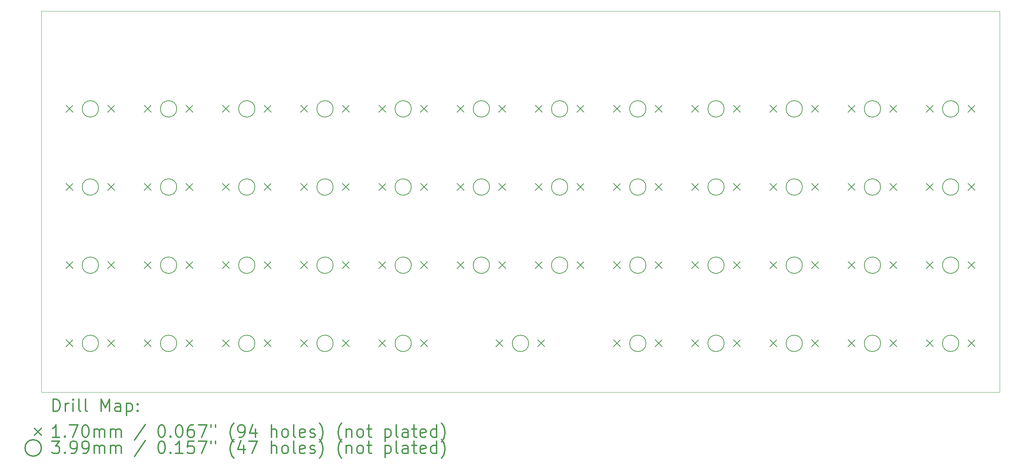
<source format=gbr>
%FSLAX45Y45*%
G04 Gerber Fmt 4.5, Leading zero omitted, Abs format (unit mm)*
G04 Created by KiCad (PCBNEW (5.1.0)-1) date 2020-08-27 01:01:52*
%MOMM*%
%LPD*%
G04 APERTURE LIST*
%ADD10C,0.050000*%
%ADD11C,0.200000*%
%ADD12C,0.300000*%
G04 APERTURE END LIST*
D10*
X25003125Y-12858750D02*
X25003125Y-4286250D01*
X1666875Y-12858750D02*
X25003125Y-12858750D01*
X25003125Y-3571875D02*
X1666875Y-3571875D01*
X25003125Y-4286250D02*
X25003125Y-3571875D01*
X1666875Y-12620625D02*
X1666875Y-12858750D01*
X1666875Y-3571875D02*
X1666875Y-12620625D01*
D11*
X19409410Y-7773035D02*
X19579590Y-7943215D01*
X19579590Y-7773035D02*
X19409410Y-7943215D01*
X20425410Y-7773035D02*
X20595590Y-7943215D01*
X20595590Y-7773035D02*
X20425410Y-7943215D01*
X15599410Y-11583035D02*
X15769590Y-11753215D01*
X15769590Y-11583035D02*
X15599410Y-11753215D01*
X16615410Y-11583035D02*
X16785590Y-11753215D01*
X16785590Y-11583035D02*
X16615410Y-11753215D01*
X7979410Y-9678035D02*
X8149590Y-9848215D01*
X8149590Y-9678035D02*
X7979410Y-9848215D01*
X8995410Y-9678035D02*
X9165590Y-9848215D01*
X9165590Y-9678035D02*
X8995410Y-9848215D01*
X2264410Y-9678035D02*
X2434590Y-9848215D01*
X2434590Y-9678035D02*
X2264410Y-9848215D01*
X3280410Y-9678035D02*
X3450590Y-9848215D01*
X3450590Y-9678035D02*
X3280410Y-9848215D01*
X23219410Y-9678035D02*
X23389590Y-9848215D01*
X23389590Y-9678035D02*
X23219410Y-9848215D01*
X24235410Y-9678035D02*
X24405590Y-9848215D01*
X24405590Y-9678035D02*
X24235410Y-9848215D01*
X21314410Y-7773035D02*
X21484590Y-7943215D01*
X21484590Y-7773035D02*
X21314410Y-7943215D01*
X22330410Y-7773035D02*
X22500590Y-7943215D01*
X22500590Y-7773035D02*
X22330410Y-7943215D01*
X23219410Y-5868035D02*
X23389590Y-6038215D01*
X23389590Y-5868035D02*
X23219410Y-6038215D01*
X24235410Y-5868035D02*
X24405590Y-6038215D01*
X24405590Y-5868035D02*
X24235410Y-6038215D01*
X17504410Y-9678035D02*
X17674590Y-9848215D01*
X17674590Y-9678035D02*
X17504410Y-9848215D01*
X18520410Y-9678035D02*
X18690590Y-9848215D01*
X18690590Y-9678035D02*
X18520410Y-9848215D01*
X6074410Y-5868035D02*
X6244590Y-6038215D01*
X6244590Y-5868035D02*
X6074410Y-6038215D01*
X7090410Y-5868035D02*
X7260590Y-6038215D01*
X7260590Y-5868035D02*
X7090410Y-6038215D01*
X2264410Y-11583035D02*
X2434590Y-11753215D01*
X2434590Y-11583035D02*
X2264410Y-11753215D01*
X3280410Y-11583035D02*
X3450590Y-11753215D01*
X3450590Y-11583035D02*
X3280410Y-11753215D01*
X7979410Y-7773035D02*
X8149590Y-7943215D01*
X8149590Y-7773035D02*
X7979410Y-7943215D01*
X8995410Y-7773035D02*
X9165590Y-7943215D01*
X9165590Y-7773035D02*
X8995410Y-7943215D01*
X13694410Y-5868035D02*
X13864590Y-6038215D01*
X13864590Y-5868035D02*
X13694410Y-6038215D01*
X14710410Y-5868035D02*
X14880590Y-6038215D01*
X14880590Y-5868035D02*
X14710410Y-6038215D01*
X7979410Y-5868035D02*
X8149590Y-6038215D01*
X8149590Y-5868035D02*
X7979410Y-6038215D01*
X8995410Y-5868035D02*
X9165590Y-6038215D01*
X9165590Y-5868035D02*
X8995410Y-6038215D01*
X9884410Y-11583035D02*
X10054590Y-11753215D01*
X10054590Y-11583035D02*
X9884410Y-11753215D01*
X10900410Y-11583035D02*
X11070590Y-11753215D01*
X11070590Y-11583035D02*
X10900410Y-11753215D01*
X13694410Y-7773035D02*
X13864590Y-7943215D01*
X13864590Y-7773035D02*
X13694410Y-7943215D01*
X14710410Y-7773035D02*
X14880590Y-7943215D01*
X14880590Y-7773035D02*
X14710410Y-7943215D01*
X15599410Y-5868035D02*
X15769590Y-6038215D01*
X15769590Y-5868035D02*
X15599410Y-6038215D01*
X16615410Y-5868035D02*
X16785590Y-6038215D01*
X16785590Y-5868035D02*
X16615410Y-6038215D01*
X19409410Y-9678035D02*
X19579590Y-9848215D01*
X19579590Y-9678035D02*
X19409410Y-9848215D01*
X20425410Y-9678035D02*
X20595590Y-9848215D01*
X20595590Y-9678035D02*
X20425410Y-9848215D01*
X17504410Y-5868035D02*
X17674590Y-6038215D01*
X17674590Y-5868035D02*
X17504410Y-6038215D01*
X18520410Y-5868035D02*
X18690590Y-6038215D01*
X18690590Y-5868035D02*
X18520410Y-6038215D01*
X6074410Y-9678035D02*
X6244590Y-9848215D01*
X6244590Y-9678035D02*
X6074410Y-9848215D01*
X7090410Y-9678035D02*
X7260590Y-9848215D01*
X7260590Y-9678035D02*
X7090410Y-9848215D01*
X17504410Y-11583035D02*
X17674590Y-11753215D01*
X17674590Y-11583035D02*
X17504410Y-11753215D01*
X18520410Y-11583035D02*
X18690590Y-11753215D01*
X18690590Y-11583035D02*
X18520410Y-11753215D01*
X23219410Y-7773035D02*
X23389590Y-7943215D01*
X23389590Y-7773035D02*
X23219410Y-7943215D01*
X24235410Y-7773035D02*
X24405590Y-7943215D01*
X24405590Y-7773035D02*
X24235410Y-7943215D01*
X11789410Y-9678035D02*
X11959590Y-9848215D01*
X11959590Y-9678035D02*
X11789410Y-9848215D01*
X12805410Y-9678035D02*
X12975590Y-9848215D01*
X12975590Y-9678035D02*
X12805410Y-9848215D01*
X4169410Y-11583035D02*
X4339590Y-11753215D01*
X4339590Y-11583035D02*
X4169410Y-11753215D01*
X5185410Y-11583035D02*
X5355590Y-11753215D01*
X5355590Y-11583035D02*
X5185410Y-11753215D01*
X19409410Y-5868035D02*
X19579590Y-6038215D01*
X19579590Y-5868035D02*
X19409410Y-6038215D01*
X20425410Y-5868035D02*
X20595590Y-6038215D01*
X20595590Y-5868035D02*
X20425410Y-6038215D01*
X9884410Y-9678035D02*
X10054590Y-9848215D01*
X10054590Y-9678035D02*
X9884410Y-9848215D01*
X10900410Y-9678035D02*
X11070590Y-9848215D01*
X11070590Y-9678035D02*
X10900410Y-9848215D01*
X2264410Y-5868035D02*
X2434590Y-6038215D01*
X2434590Y-5868035D02*
X2264410Y-6038215D01*
X3280410Y-5868035D02*
X3450590Y-6038215D01*
X3450590Y-5868035D02*
X3280410Y-6038215D01*
X2264410Y-7773035D02*
X2434590Y-7943215D01*
X2434590Y-7773035D02*
X2264410Y-7943215D01*
X3280410Y-7773035D02*
X3450590Y-7943215D01*
X3450590Y-7773035D02*
X3280410Y-7943215D01*
X7979410Y-11583035D02*
X8149590Y-11753215D01*
X8149590Y-11583035D02*
X7979410Y-11753215D01*
X8995410Y-11583035D02*
X9165590Y-11753215D01*
X9165590Y-11583035D02*
X8995410Y-11753215D01*
X9884410Y-5868035D02*
X10054590Y-6038215D01*
X10054590Y-5868035D02*
X9884410Y-6038215D01*
X10900410Y-5868035D02*
X11070590Y-6038215D01*
X11070590Y-5868035D02*
X10900410Y-6038215D01*
X9884410Y-7773035D02*
X10054590Y-7943215D01*
X10054590Y-7773035D02*
X9884410Y-7943215D01*
X10900410Y-7773035D02*
X11070590Y-7943215D01*
X11070590Y-7773035D02*
X10900410Y-7943215D01*
X12741910Y-11583035D02*
X12912090Y-11753215D01*
X12912090Y-11583035D02*
X12741910Y-11753215D01*
X13757910Y-11583035D02*
X13928090Y-11753215D01*
X13928090Y-11583035D02*
X13757910Y-11753215D01*
X15599410Y-7773035D02*
X15769590Y-7943215D01*
X15769590Y-7773035D02*
X15599410Y-7943215D01*
X16615410Y-7773035D02*
X16785590Y-7943215D01*
X16785590Y-7773035D02*
X16615410Y-7943215D01*
X11789410Y-5868035D02*
X11959590Y-6038215D01*
X11959590Y-5868035D02*
X11789410Y-6038215D01*
X12805410Y-5868035D02*
X12975590Y-6038215D01*
X12975590Y-5868035D02*
X12805410Y-6038215D01*
X17504410Y-7773035D02*
X17674590Y-7943215D01*
X17674590Y-7773035D02*
X17504410Y-7943215D01*
X18520410Y-7773035D02*
X18690590Y-7943215D01*
X18690590Y-7773035D02*
X18520410Y-7943215D01*
X4169410Y-9678035D02*
X4339590Y-9848215D01*
X4339590Y-9678035D02*
X4169410Y-9848215D01*
X5185410Y-9678035D02*
X5355590Y-9848215D01*
X5355590Y-9678035D02*
X5185410Y-9848215D01*
X21314410Y-9678035D02*
X21484590Y-9848215D01*
X21484590Y-9678035D02*
X21314410Y-9848215D01*
X22330410Y-9678035D02*
X22500590Y-9848215D01*
X22500590Y-9678035D02*
X22330410Y-9848215D01*
X13694410Y-9678035D02*
X13864590Y-9848215D01*
X13864590Y-9678035D02*
X13694410Y-9848215D01*
X14710410Y-9678035D02*
X14880590Y-9848215D01*
X14880590Y-9678035D02*
X14710410Y-9848215D01*
X21314410Y-5868035D02*
X21484590Y-6038215D01*
X21484590Y-5868035D02*
X21314410Y-6038215D01*
X22330410Y-5868035D02*
X22500590Y-6038215D01*
X22500590Y-5868035D02*
X22330410Y-6038215D01*
X15599410Y-9678035D02*
X15769590Y-9848215D01*
X15769590Y-9678035D02*
X15599410Y-9848215D01*
X16615410Y-9678035D02*
X16785590Y-9848215D01*
X16785590Y-9678035D02*
X16615410Y-9848215D01*
X4169410Y-5868035D02*
X4339590Y-6038215D01*
X4339590Y-5868035D02*
X4169410Y-6038215D01*
X5185410Y-5868035D02*
X5355590Y-6038215D01*
X5355590Y-5868035D02*
X5185410Y-6038215D01*
X6074410Y-11583035D02*
X6244590Y-11753215D01*
X6244590Y-11583035D02*
X6074410Y-11753215D01*
X7090410Y-11583035D02*
X7260590Y-11753215D01*
X7260590Y-11583035D02*
X7090410Y-11753215D01*
X6074410Y-7773035D02*
X6244590Y-7943215D01*
X6244590Y-7773035D02*
X6074410Y-7943215D01*
X7090410Y-7773035D02*
X7260590Y-7943215D01*
X7260590Y-7773035D02*
X7090410Y-7943215D01*
X19409410Y-11583035D02*
X19579590Y-11753215D01*
X19579590Y-11583035D02*
X19409410Y-11753215D01*
X20425410Y-11583035D02*
X20595590Y-11753215D01*
X20595590Y-11583035D02*
X20425410Y-11753215D01*
X21314410Y-11583035D02*
X21484590Y-11753215D01*
X21484590Y-11583035D02*
X21314410Y-11753215D01*
X22330410Y-11583035D02*
X22500590Y-11753215D01*
X22500590Y-11583035D02*
X22330410Y-11753215D01*
X11789410Y-7773035D02*
X11959590Y-7943215D01*
X11959590Y-7773035D02*
X11789410Y-7943215D01*
X12805410Y-7773035D02*
X12975590Y-7943215D01*
X12975590Y-7773035D02*
X12805410Y-7943215D01*
X4169410Y-7773035D02*
X4339590Y-7943215D01*
X4339590Y-7773035D02*
X4169410Y-7943215D01*
X5185410Y-7773035D02*
X5355590Y-7943215D01*
X5355590Y-7773035D02*
X5185410Y-7943215D01*
X23219410Y-11583035D02*
X23389590Y-11753215D01*
X23389590Y-11583035D02*
X23219410Y-11753215D01*
X24235410Y-11583035D02*
X24405590Y-11753215D01*
X24405590Y-11583035D02*
X24235410Y-11753215D01*
X12581890Y-9763125D02*
G75*
G03X12581890Y-9763125I-199390J0D01*
G01*
X4961890Y-11668125D02*
G75*
G03X4961890Y-11668125I-199390J0D01*
G01*
X20201890Y-5953125D02*
G75*
G03X20201890Y-5953125I-199390J0D01*
G01*
X10676890Y-9763125D02*
G75*
G03X10676890Y-9763125I-199390J0D01*
G01*
X3056890Y-5953125D02*
G75*
G03X3056890Y-5953125I-199390J0D01*
G01*
X3056890Y-7858125D02*
G75*
G03X3056890Y-7858125I-199390J0D01*
G01*
X8771890Y-11668125D02*
G75*
G03X8771890Y-11668125I-199390J0D01*
G01*
X10676890Y-5953125D02*
G75*
G03X10676890Y-5953125I-199390J0D01*
G01*
X10676890Y-7858125D02*
G75*
G03X10676890Y-7858125I-199390J0D01*
G01*
X13534390Y-11668125D02*
G75*
G03X13534390Y-11668125I-199390J0D01*
G01*
X16391890Y-7858125D02*
G75*
G03X16391890Y-7858125I-199390J0D01*
G01*
X12581890Y-5953125D02*
G75*
G03X12581890Y-5953125I-199390J0D01*
G01*
X18296890Y-7858125D02*
G75*
G03X18296890Y-7858125I-199390J0D01*
G01*
X4961890Y-9763125D02*
G75*
G03X4961890Y-9763125I-199390J0D01*
G01*
X22106890Y-9763125D02*
G75*
G03X22106890Y-9763125I-199390J0D01*
G01*
X14486890Y-9763125D02*
G75*
G03X14486890Y-9763125I-199390J0D01*
G01*
X22106890Y-5953125D02*
G75*
G03X22106890Y-5953125I-199390J0D01*
G01*
X16391890Y-9763125D02*
G75*
G03X16391890Y-9763125I-199390J0D01*
G01*
X4961890Y-5953125D02*
G75*
G03X4961890Y-5953125I-199390J0D01*
G01*
X6866890Y-11668125D02*
G75*
G03X6866890Y-11668125I-199390J0D01*
G01*
X6866890Y-7858125D02*
G75*
G03X6866890Y-7858125I-199390J0D01*
G01*
X20201890Y-11668125D02*
G75*
G03X20201890Y-11668125I-199390J0D01*
G01*
X22106890Y-11668125D02*
G75*
G03X22106890Y-11668125I-199390J0D01*
G01*
X12581890Y-7858125D02*
G75*
G03X12581890Y-7858125I-199390J0D01*
G01*
X4961890Y-7858125D02*
G75*
G03X4961890Y-7858125I-199390J0D01*
G01*
X24011890Y-11668125D02*
G75*
G03X24011890Y-11668125I-199390J0D01*
G01*
X20201890Y-7858125D02*
G75*
G03X20201890Y-7858125I-199390J0D01*
G01*
X16391890Y-11668125D02*
G75*
G03X16391890Y-11668125I-199390J0D01*
G01*
X8771890Y-9763125D02*
G75*
G03X8771890Y-9763125I-199390J0D01*
G01*
X3056890Y-9763125D02*
G75*
G03X3056890Y-9763125I-199390J0D01*
G01*
X24011890Y-9763125D02*
G75*
G03X24011890Y-9763125I-199390J0D01*
G01*
X22106890Y-7858125D02*
G75*
G03X22106890Y-7858125I-199390J0D01*
G01*
X24011890Y-5953125D02*
G75*
G03X24011890Y-5953125I-199390J0D01*
G01*
X18296890Y-9763125D02*
G75*
G03X18296890Y-9763125I-199390J0D01*
G01*
X6866890Y-5953125D02*
G75*
G03X6866890Y-5953125I-199390J0D01*
G01*
X3056890Y-11668125D02*
G75*
G03X3056890Y-11668125I-199390J0D01*
G01*
X8771890Y-7858125D02*
G75*
G03X8771890Y-7858125I-199390J0D01*
G01*
X14486890Y-5953125D02*
G75*
G03X14486890Y-5953125I-199390J0D01*
G01*
X8771890Y-5953125D02*
G75*
G03X8771890Y-5953125I-199390J0D01*
G01*
X10676890Y-11668125D02*
G75*
G03X10676890Y-11668125I-199390J0D01*
G01*
X14486890Y-7858125D02*
G75*
G03X14486890Y-7858125I-199390J0D01*
G01*
X16391890Y-5953125D02*
G75*
G03X16391890Y-5953125I-199390J0D01*
G01*
X20201890Y-9763125D02*
G75*
G03X20201890Y-9763125I-199390J0D01*
G01*
X18296890Y-5953125D02*
G75*
G03X18296890Y-5953125I-199390J0D01*
G01*
X6866890Y-9763125D02*
G75*
G03X6866890Y-9763125I-199390J0D01*
G01*
X18296890Y-11668125D02*
G75*
G03X18296890Y-11668125I-199390J0D01*
G01*
X24011890Y-7858125D02*
G75*
G03X24011890Y-7858125I-199390J0D01*
G01*
D12*
X1950803Y-13326964D02*
X1950803Y-13026964D01*
X2022232Y-13026964D01*
X2065089Y-13041250D01*
X2093661Y-13069821D01*
X2107946Y-13098393D01*
X2122232Y-13155536D01*
X2122232Y-13198393D01*
X2107946Y-13255536D01*
X2093661Y-13284107D01*
X2065089Y-13312679D01*
X2022232Y-13326964D01*
X1950803Y-13326964D01*
X2250803Y-13326964D02*
X2250803Y-13126964D01*
X2250803Y-13184107D02*
X2265089Y-13155536D01*
X2279375Y-13141250D01*
X2307946Y-13126964D01*
X2336518Y-13126964D01*
X2436518Y-13326964D02*
X2436518Y-13126964D01*
X2436518Y-13026964D02*
X2422232Y-13041250D01*
X2436518Y-13055536D01*
X2450803Y-13041250D01*
X2436518Y-13026964D01*
X2436518Y-13055536D01*
X2622232Y-13326964D02*
X2593661Y-13312679D01*
X2579375Y-13284107D01*
X2579375Y-13026964D01*
X2779375Y-13326964D02*
X2750803Y-13312679D01*
X2736518Y-13284107D01*
X2736518Y-13026964D01*
X3122232Y-13326964D02*
X3122232Y-13026964D01*
X3222232Y-13241250D01*
X3322232Y-13026964D01*
X3322232Y-13326964D01*
X3593661Y-13326964D02*
X3593661Y-13169821D01*
X3579375Y-13141250D01*
X3550803Y-13126964D01*
X3493661Y-13126964D01*
X3465089Y-13141250D01*
X3593661Y-13312679D02*
X3565089Y-13326964D01*
X3493661Y-13326964D01*
X3465089Y-13312679D01*
X3450803Y-13284107D01*
X3450803Y-13255536D01*
X3465089Y-13226964D01*
X3493661Y-13212679D01*
X3565089Y-13212679D01*
X3593661Y-13198393D01*
X3736518Y-13126964D02*
X3736518Y-13426964D01*
X3736518Y-13141250D02*
X3765089Y-13126964D01*
X3822232Y-13126964D01*
X3850803Y-13141250D01*
X3865089Y-13155536D01*
X3879375Y-13184107D01*
X3879375Y-13269821D01*
X3865089Y-13298393D01*
X3850803Y-13312679D01*
X3822232Y-13326964D01*
X3765089Y-13326964D01*
X3736518Y-13312679D01*
X4007946Y-13298393D02*
X4022232Y-13312679D01*
X4007946Y-13326964D01*
X3993661Y-13312679D01*
X4007946Y-13298393D01*
X4007946Y-13326964D01*
X4007946Y-13141250D02*
X4022232Y-13155536D01*
X4007946Y-13169821D01*
X3993661Y-13155536D01*
X4007946Y-13141250D01*
X4007946Y-13169821D01*
X1494195Y-13736160D02*
X1664375Y-13906340D01*
X1664375Y-13736160D02*
X1494195Y-13906340D01*
X2107946Y-13956964D02*
X1936518Y-13956964D01*
X2022232Y-13956964D02*
X2022232Y-13656964D01*
X1993661Y-13699821D01*
X1965089Y-13728393D01*
X1936518Y-13742679D01*
X2236518Y-13928393D02*
X2250803Y-13942679D01*
X2236518Y-13956964D01*
X2222232Y-13942679D01*
X2236518Y-13928393D01*
X2236518Y-13956964D01*
X2350803Y-13656964D02*
X2550803Y-13656964D01*
X2422232Y-13956964D01*
X2722232Y-13656964D02*
X2750803Y-13656964D01*
X2779375Y-13671250D01*
X2793661Y-13685536D01*
X2807946Y-13714107D01*
X2822232Y-13771250D01*
X2822232Y-13842679D01*
X2807946Y-13899821D01*
X2793661Y-13928393D01*
X2779375Y-13942679D01*
X2750803Y-13956964D01*
X2722232Y-13956964D01*
X2693661Y-13942679D01*
X2679375Y-13928393D01*
X2665089Y-13899821D01*
X2650803Y-13842679D01*
X2650803Y-13771250D01*
X2665089Y-13714107D01*
X2679375Y-13685536D01*
X2693661Y-13671250D01*
X2722232Y-13656964D01*
X2950803Y-13956964D02*
X2950803Y-13756964D01*
X2950803Y-13785536D02*
X2965089Y-13771250D01*
X2993661Y-13756964D01*
X3036518Y-13756964D01*
X3065089Y-13771250D01*
X3079375Y-13799821D01*
X3079375Y-13956964D01*
X3079375Y-13799821D02*
X3093661Y-13771250D01*
X3122232Y-13756964D01*
X3165089Y-13756964D01*
X3193661Y-13771250D01*
X3207946Y-13799821D01*
X3207946Y-13956964D01*
X3350803Y-13956964D02*
X3350803Y-13756964D01*
X3350803Y-13785536D02*
X3365089Y-13771250D01*
X3393661Y-13756964D01*
X3436518Y-13756964D01*
X3465089Y-13771250D01*
X3479375Y-13799821D01*
X3479375Y-13956964D01*
X3479375Y-13799821D02*
X3493661Y-13771250D01*
X3522232Y-13756964D01*
X3565089Y-13756964D01*
X3593661Y-13771250D01*
X3607946Y-13799821D01*
X3607946Y-13956964D01*
X4193661Y-13642679D02*
X3936518Y-14028393D01*
X4579375Y-13656964D02*
X4607946Y-13656964D01*
X4636518Y-13671250D01*
X4650803Y-13685536D01*
X4665089Y-13714107D01*
X4679375Y-13771250D01*
X4679375Y-13842679D01*
X4665089Y-13899821D01*
X4650803Y-13928393D01*
X4636518Y-13942679D01*
X4607946Y-13956964D01*
X4579375Y-13956964D01*
X4550803Y-13942679D01*
X4536518Y-13928393D01*
X4522232Y-13899821D01*
X4507946Y-13842679D01*
X4507946Y-13771250D01*
X4522232Y-13714107D01*
X4536518Y-13685536D01*
X4550803Y-13671250D01*
X4579375Y-13656964D01*
X4807946Y-13928393D02*
X4822232Y-13942679D01*
X4807946Y-13956964D01*
X4793661Y-13942679D01*
X4807946Y-13928393D01*
X4807946Y-13956964D01*
X5007946Y-13656964D02*
X5036518Y-13656964D01*
X5065089Y-13671250D01*
X5079375Y-13685536D01*
X5093661Y-13714107D01*
X5107946Y-13771250D01*
X5107946Y-13842679D01*
X5093661Y-13899821D01*
X5079375Y-13928393D01*
X5065089Y-13942679D01*
X5036518Y-13956964D01*
X5007946Y-13956964D01*
X4979375Y-13942679D01*
X4965089Y-13928393D01*
X4950803Y-13899821D01*
X4936518Y-13842679D01*
X4936518Y-13771250D01*
X4950803Y-13714107D01*
X4965089Y-13685536D01*
X4979375Y-13671250D01*
X5007946Y-13656964D01*
X5365089Y-13656964D02*
X5307946Y-13656964D01*
X5279375Y-13671250D01*
X5265089Y-13685536D01*
X5236518Y-13728393D01*
X5222232Y-13785536D01*
X5222232Y-13899821D01*
X5236518Y-13928393D01*
X5250803Y-13942679D01*
X5279375Y-13956964D01*
X5336518Y-13956964D01*
X5365089Y-13942679D01*
X5379375Y-13928393D01*
X5393661Y-13899821D01*
X5393661Y-13828393D01*
X5379375Y-13799821D01*
X5365089Y-13785536D01*
X5336518Y-13771250D01*
X5279375Y-13771250D01*
X5250803Y-13785536D01*
X5236518Y-13799821D01*
X5222232Y-13828393D01*
X5493661Y-13656964D02*
X5693661Y-13656964D01*
X5565089Y-13956964D01*
X5793661Y-13656964D02*
X5793661Y-13714107D01*
X5907946Y-13656964D02*
X5907946Y-13714107D01*
X6350803Y-14071250D02*
X6336518Y-14056964D01*
X6307946Y-14014107D01*
X6293661Y-13985536D01*
X6279375Y-13942679D01*
X6265089Y-13871250D01*
X6265089Y-13814107D01*
X6279375Y-13742679D01*
X6293661Y-13699821D01*
X6307946Y-13671250D01*
X6336518Y-13628393D01*
X6350803Y-13614107D01*
X6479375Y-13956964D02*
X6536518Y-13956964D01*
X6565089Y-13942679D01*
X6579375Y-13928393D01*
X6607946Y-13885536D01*
X6622232Y-13828393D01*
X6622232Y-13714107D01*
X6607946Y-13685536D01*
X6593661Y-13671250D01*
X6565089Y-13656964D01*
X6507946Y-13656964D01*
X6479375Y-13671250D01*
X6465089Y-13685536D01*
X6450803Y-13714107D01*
X6450803Y-13785536D01*
X6465089Y-13814107D01*
X6479375Y-13828393D01*
X6507946Y-13842679D01*
X6565089Y-13842679D01*
X6593661Y-13828393D01*
X6607946Y-13814107D01*
X6622232Y-13785536D01*
X6879375Y-13756964D02*
X6879375Y-13956964D01*
X6807946Y-13642679D02*
X6736518Y-13856964D01*
X6922232Y-13856964D01*
X7265089Y-13956964D02*
X7265089Y-13656964D01*
X7393661Y-13956964D02*
X7393661Y-13799821D01*
X7379375Y-13771250D01*
X7350803Y-13756964D01*
X7307946Y-13756964D01*
X7279375Y-13771250D01*
X7265089Y-13785536D01*
X7579375Y-13956964D02*
X7550803Y-13942679D01*
X7536518Y-13928393D01*
X7522232Y-13899821D01*
X7522232Y-13814107D01*
X7536518Y-13785536D01*
X7550803Y-13771250D01*
X7579375Y-13756964D01*
X7622232Y-13756964D01*
X7650803Y-13771250D01*
X7665089Y-13785536D01*
X7679375Y-13814107D01*
X7679375Y-13899821D01*
X7665089Y-13928393D01*
X7650803Y-13942679D01*
X7622232Y-13956964D01*
X7579375Y-13956964D01*
X7850803Y-13956964D02*
X7822232Y-13942679D01*
X7807946Y-13914107D01*
X7807946Y-13656964D01*
X8079375Y-13942679D02*
X8050803Y-13956964D01*
X7993661Y-13956964D01*
X7965089Y-13942679D01*
X7950803Y-13914107D01*
X7950803Y-13799821D01*
X7965089Y-13771250D01*
X7993661Y-13756964D01*
X8050803Y-13756964D01*
X8079375Y-13771250D01*
X8093661Y-13799821D01*
X8093661Y-13828393D01*
X7950803Y-13856964D01*
X8207946Y-13942679D02*
X8236518Y-13956964D01*
X8293661Y-13956964D01*
X8322232Y-13942679D01*
X8336518Y-13914107D01*
X8336518Y-13899821D01*
X8322232Y-13871250D01*
X8293661Y-13856964D01*
X8250803Y-13856964D01*
X8222232Y-13842679D01*
X8207946Y-13814107D01*
X8207946Y-13799821D01*
X8222232Y-13771250D01*
X8250803Y-13756964D01*
X8293661Y-13756964D01*
X8322232Y-13771250D01*
X8436518Y-14071250D02*
X8450803Y-14056964D01*
X8479375Y-14014107D01*
X8493661Y-13985536D01*
X8507946Y-13942679D01*
X8522232Y-13871250D01*
X8522232Y-13814107D01*
X8507946Y-13742679D01*
X8493661Y-13699821D01*
X8479375Y-13671250D01*
X8450803Y-13628393D01*
X8436518Y-13614107D01*
X8979375Y-14071250D02*
X8965089Y-14056964D01*
X8936518Y-14014107D01*
X8922232Y-13985536D01*
X8907946Y-13942679D01*
X8893661Y-13871250D01*
X8893661Y-13814107D01*
X8907946Y-13742679D01*
X8922232Y-13699821D01*
X8936518Y-13671250D01*
X8965089Y-13628393D01*
X8979375Y-13614107D01*
X9093661Y-13756964D02*
X9093661Y-13956964D01*
X9093661Y-13785536D02*
X9107946Y-13771250D01*
X9136518Y-13756964D01*
X9179375Y-13756964D01*
X9207946Y-13771250D01*
X9222232Y-13799821D01*
X9222232Y-13956964D01*
X9407946Y-13956964D02*
X9379375Y-13942679D01*
X9365089Y-13928393D01*
X9350803Y-13899821D01*
X9350803Y-13814107D01*
X9365089Y-13785536D01*
X9379375Y-13771250D01*
X9407946Y-13756964D01*
X9450803Y-13756964D01*
X9479375Y-13771250D01*
X9493661Y-13785536D01*
X9507946Y-13814107D01*
X9507946Y-13899821D01*
X9493661Y-13928393D01*
X9479375Y-13942679D01*
X9450803Y-13956964D01*
X9407946Y-13956964D01*
X9593661Y-13756964D02*
X9707946Y-13756964D01*
X9636518Y-13656964D02*
X9636518Y-13914107D01*
X9650803Y-13942679D01*
X9679375Y-13956964D01*
X9707946Y-13956964D01*
X10036518Y-13756964D02*
X10036518Y-14056964D01*
X10036518Y-13771250D02*
X10065089Y-13756964D01*
X10122232Y-13756964D01*
X10150803Y-13771250D01*
X10165089Y-13785536D01*
X10179375Y-13814107D01*
X10179375Y-13899821D01*
X10165089Y-13928393D01*
X10150803Y-13942679D01*
X10122232Y-13956964D01*
X10065089Y-13956964D01*
X10036518Y-13942679D01*
X10350803Y-13956964D02*
X10322232Y-13942679D01*
X10307946Y-13914107D01*
X10307946Y-13656964D01*
X10593661Y-13956964D02*
X10593661Y-13799821D01*
X10579375Y-13771250D01*
X10550803Y-13756964D01*
X10493661Y-13756964D01*
X10465089Y-13771250D01*
X10593661Y-13942679D02*
X10565089Y-13956964D01*
X10493661Y-13956964D01*
X10465089Y-13942679D01*
X10450803Y-13914107D01*
X10450803Y-13885536D01*
X10465089Y-13856964D01*
X10493661Y-13842679D01*
X10565089Y-13842679D01*
X10593661Y-13828393D01*
X10693661Y-13756964D02*
X10807946Y-13756964D01*
X10736518Y-13656964D02*
X10736518Y-13914107D01*
X10750803Y-13942679D01*
X10779375Y-13956964D01*
X10807946Y-13956964D01*
X11022232Y-13942679D02*
X10993661Y-13956964D01*
X10936518Y-13956964D01*
X10907946Y-13942679D01*
X10893661Y-13914107D01*
X10893661Y-13799821D01*
X10907946Y-13771250D01*
X10936518Y-13756964D01*
X10993661Y-13756964D01*
X11022232Y-13771250D01*
X11036518Y-13799821D01*
X11036518Y-13828393D01*
X10893661Y-13856964D01*
X11293661Y-13956964D02*
X11293661Y-13656964D01*
X11293661Y-13942679D02*
X11265089Y-13956964D01*
X11207946Y-13956964D01*
X11179375Y-13942679D01*
X11165089Y-13928393D01*
X11150803Y-13899821D01*
X11150803Y-13814107D01*
X11165089Y-13785536D01*
X11179375Y-13771250D01*
X11207946Y-13756964D01*
X11265089Y-13756964D01*
X11293661Y-13771250D01*
X11407946Y-14071250D02*
X11422232Y-14056964D01*
X11450803Y-14014107D01*
X11465089Y-13985536D01*
X11479375Y-13942679D01*
X11493661Y-13871250D01*
X11493661Y-13814107D01*
X11479375Y-13742679D01*
X11465089Y-13699821D01*
X11450803Y-13671250D01*
X11422232Y-13628393D01*
X11407946Y-13614107D01*
X1664375Y-14217250D02*
G75*
G03X1664375Y-14217250I-199390J0D01*
G01*
X1922232Y-14052964D02*
X2107946Y-14052964D01*
X2007946Y-14167250D01*
X2050803Y-14167250D01*
X2079375Y-14181536D01*
X2093661Y-14195821D01*
X2107946Y-14224393D01*
X2107946Y-14295821D01*
X2093661Y-14324393D01*
X2079375Y-14338679D01*
X2050803Y-14352964D01*
X1965089Y-14352964D01*
X1936518Y-14338679D01*
X1922232Y-14324393D01*
X2236518Y-14324393D02*
X2250803Y-14338679D01*
X2236518Y-14352964D01*
X2222232Y-14338679D01*
X2236518Y-14324393D01*
X2236518Y-14352964D01*
X2393661Y-14352964D02*
X2450803Y-14352964D01*
X2479375Y-14338679D01*
X2493661Y-14324393D01*
X2522232Y-14281536D01*
X2536518Y-14224393D01*
X2536518Y-14110107D01*
X2522232Y-14081536D01*
X2507946Y-14067250D01*
X2479375Y-14052964D01*
X2422232Y-14052964D01*
X2393661Y-14067250D01*
X2379375Y-14081536D01*
X2365089Y-14110107D01*
X2365089Y-14181536D01*
X2379375Y-14210107D01*
X2393661Y-14224393D01*
X2422232Y-14238679D01*
X2479375Y-14238679D01*
X2507946Y-14224393D01*
X2522232Y-14210107D01*
X2536518Y-14181536D01*
X2679375Y-14352964D02*
X2736518Y-14352964D01*
X2765089Y-14338679D01*
X2779375Y-14324393D01*
X2807946Y-14281536D01*
X2822232Y-14224393D01*
X2822232Y-14110107D01*
X2807946Y-14081536D01*
X2793661Y-14067250D01*
X2765089Y-14052964D01*
X2707946Y-14052964D01*
X2679375Y-14067250D01*
X2665089Y-14081536D01*
X2650803Y-14110107D01*
X2650803Y-14181536D01*
X2665089Y-14210107D01*
X2679375Y-14224393D01*
X2707946Y-14238679D01*
X2765089Y-14238679D01*
X2793661Y-14224393D01*
X2807946Y-14210107D01*
X2822232Y-14181536D01*
X2950803Y-14352964D02*
X2950803Y-14152964D01*
X2950803Y-14181536D02*
X2965089Y-14167250D01*
X2993661Y-14152964D01*
X3036518Y-14152964D01*
X3065089Y-14167250D01*
X3079375Y-14195821D01*
X3079375Y-14352964D01*
X3079375Y-14195821D02*
X3093661Y-14167250D01*
X3122232Y-14152964D01*
X3165089Y-14152964D01*
X3193661Y-14167250D01*
X3207946Y-14195821D01*
X3207946Y-14352964D01*
X3350803Y-14352964D02*
X3350803Y-14152964D01*
X3350803Y-14181536D02*
X3365089Y-14167250D01*
X3393661Y-14152964D01*
X3436518Y-14152964D01*
X3465089Y-14167250D01*
X3479375Y-14195821D01*
X3479375Y-14352964D01*
X3479375Y-14195821D02*
X3493661Y-14167250D01*
X3522232Y-14152964D01*
X3565089Y-14152964D01*
X3593661Y-14167250D01*
X3607946Y-14195821D01*
X3607946Y-14352964D01*
X4193661Y-14038679D02*
X3936518Y-14424393D01*
X4579375Y-14052964D02*
X4607946Y-14052964D01*
X4636518Y-14067250D01*
X4650803Y-14081536D01*
X4665089Y-14110107D01*
X4679375Y-14167250D01*
X4679375Y-14238679D01*
X4665089Y-14295821D01*
X4650803Y-14324393D01*
X4636518Y-14338679D01*
X4607946Y-14352964D01*
X4579375Y-14352964D01*
X4550803Y-14338679D01*
X4536518Y-14324393D01*
X4522232Y-14295821D01*
X4507946Y-14238679D01*
X4507946Y-14167250D01*
X4522232Y-14110107D01*
X4536518Y-14081536D01*
X4550803Y-14067250D01*
X4579375Y-14052964D01*
X4807946Y-14324393D02*
X4822232Y-14338679D01*
X4807946Y-14352964D01*
X4793661Y-14338679D01*
X4807946Y-14324393D01*
X4807946Y-14352964D01*
X5107946Y-14352964D02*
X4936518Y-14352964D01*
X5022232Y-14352964D02*
X5022232Y-14052964D01*
X4993661Y-14095821D01*
X4965089Y-14124393D01*
X4936518Y-14138679D01*
X5379375Y-14052964D02*
X5236518Y-14052964D01*
X5222232Y-14195821D01*
X5236518Y-14181536D01*
X5265089Y-14167250D01*
X5336518Y-14167250D01*
X5365089Y-14181536D01*
X5379375Y-14195821D01*
X5393661Y-14224393D01*
X5393661Y-14295821D01*
X5379375Y-14324393D01*
X5365089Y-14338679D01*
X5336518Y-14352964D01*
X5265089Y-14352964D01*
X5236518Y-14338679D01*
X5222232Y-14324393D01*
X5493661Y-14052964D02*
X5693661Y-14052964D01*
X5565089Y-14352964D01*
X5793661Y-14052964D02*
X5793661Y-14110107D01*
X5907946Y-14052964D02*
X5907946Y-14110107D01*
X6350803Y-14467250D02*
X6336518Y-14452964D01*
X6307946Y-14410107D01*
X6293661Y-14381536D01*
X6279375Y-14338679D01*
X6265089Y-14267250D01*
X6265089Y-14210107D01*
X6279375Y-14138679D01*
X6293661Y-14095821D01*
X6307946Y-14067250D01*
X6336518Y-14024393D01*
X6350803Y-14010107D01*
X6593661Y-14152964D02*
X6593661Y-14352964D01*
X6522232Y-14038679D02*
X6450803Y-14252964D01*
X6636518Y-14252964D01*
X6722232Y-14052964D02*
X6922232Y-14052964D01*
X6793661Y-14352964D01*
X7265089Y-14352964D02*
X7265089Y-14052964D01*
X7393661Y-14352964D02*
X7393661Y-14195821D01*
X7379375Y-14167250D01*
X7350803Y-14152964D01*
X7307946Y-14152964D01*
X7279375Y-14167250D01*
X7265089Y-14181536D01*
X7579375Y-14352964D02*
X7550803Y-14338679D01*
X7536518Y-14324393D01*
X7522232Y-14295821D01*
X7522232Y-14210107D01*
X7536518Y-14181536D01*
X7550803Y-14167250D01*
X7579375Y-14152964D01*
X7622232Y-14152964D01*
X7650803Y-14167250D01*
X7665089Y-14181536D01*
X7679375Y-14210107D01*
X7679375Y-14295821D01*
X7665089Y-14324393D01*
X7650803Y-14338679D01*
X7622232Y-14352964D01*
X7579375Y-14352964D01*
X7850803Y-14352964D02*
X7822232Y-14338679D01*
X7807946Y-14310107D01*
X7807946Y-14052964D01*
X8079375Y-14338679D02*
X8050803Y-14352964D01*
X7993661Y-14352964D01*
X7965089Y-14338679D01*
X7950803Y-14310107D01*
X7950803Y-14195821D01*
X7965089Y-14167250D01*
X7993661Y-14152964D01*
X8050803Y-14152964D01*
X8079375Y-14167250D01*
X8093661Y-14195821D01*
X8093661Y-14224393D01*
X7950803Y-14252964D01*
X8207946Y-14338679D02*
X8236518Y-14352964D01*
X8293661Y-14352964D01*
X8322232Y-14338679D01*
X8336518Y-14310107D01*
X8336518Y-14295821D01*
X8322232Y-14267250D01*
X8293661Y-14252964D01*
X8250803Y-14252964D01*
X8222232Y-14238679D01*
X8207946Y-14210107D01*
X8207946Y-14195821D01*
X8222232Y-14167250D01*
X8250803Y-14152964D01*
X8293661Y-14152964D01*
X8322232Y-14167250D01*
X8436518Y-14467250D02*
X8450803Y-14452964D01*
X8479375Y-14410107D01*
X8493661Y-14381536D01*
X8507946Y-14338679D01*
X8522232Y-14267250D01*
X8522232Y-14210107D01*
X8507946Y-14138679D01*
X8493661Y-14095821D01*
X8479375Y-14067250D01*
X8450803Y-14024393D01*
X8436518Y-14010107D01*
X8979375Y-14467250D02*
X8965089Y-14452964D01*
X8936518Y-14410107D01*
X8922232Y-14381536D01*
X8907946Y-14338679D01*
X8893661Y-14267250D01*
X8893661Y-14210107D01*
X8907946Y-14138679D01*
X8922232Y-14095821D01*
X8936518Y-14067250D01*
X8965089Y-14024393D01*
X8979375Y-14010107D01*
X9093661Y-14152964D02*
X9093661Y-14352964D01*
X9093661Y-14181536D02*
X9107946Y-14167250D01*
X9136518Y-14152964D01*
X9179375Y-14152964D01*
X9207946Y-14167250D01*
X9222232Y-14195821D01*
X9222232Y-14352964D01*
X9407946Y-14352964D02*
X9379375Y-14338679D01*
X9365089Y-14324393D01*
X9350803Y-14295821D01*
X9350803Y-14210107D01*
X9365089Y-14181536D01*
X9379375Y-14167250D01*
X9407946Y-14152964D01*
X9450803Y-14152964D01*
X9479375Y-14167250D01*
X9493661Y-14181536D01*
X9507946Y-14210107D01*
X9507946Y-14295821D01*
X9493661Y-14324393D01*
X9479375Y-14338679D01*
X9450803Y-14352964D01*
X9407946Y-14352964D01*
X9593661Y-14152964D02*
X9707946Y-14152964D01*
X9636518Y-14052964D02*
X9636518Y-14310107D01*
X9650803Y-14338679D01*
X9679375Y-14352964D01*
X9707946Y-14352964D01*
X10036518Y-14152964D02*
X10036518Y-14452964D01*
X10036518Y-14167250D02*
X10065089Y-14152964D01*
X10122232Y-14152964D01*
X10150803Y-14167250D01*
X10165089Y-14181536D01*
X10179375Y-14210107D01*
X10179375Y-14295821D01*
X10165089Y-14324393D01*
X10150803Y-14338679D01*
X10122232Y-14352964D01*
X10065089Y-14352964D01*
X10036518Y-14338679D01*
X10350803Y-14352964D02*
X10322232Y-14338679D01*
X10307946Y-14310107D01*
X10307946Y-14052964D01*
X10593661Y-14352964D02*
X10593661Y-14195821D01*
X10579375Y-14167250D01*
X10550803Y-14152964D01*
X10493661Y-14152964D01*
X10465089Y-14167250D01*
X10593661Y-14338679D02*
X10565089Y-14352964D01*
X10493661Y-14352964D01*
X10465089Y-14338679D01*
X10450803Y-14310107D01*
X10450803Y-14281536D01*
X10465089Y-14252964D01*
X10493661Y-14238679D01*
X10565089Y-14238679D01*
X10593661Y-14224393D01*
X10693661Y-14152964D02*
X10807946Y-14152964D01*
X10736518Y-14052964D02*
X10736518Y-14310107D01*
X10750803Y-14338679D01*
X10779375Y-14352964D01*
X10807946Y-14352964D01*
X11022232Y-14338679D02*
X10993661Y-14352964D01*
X10936518Y-14352964D01*
X10907946Y-14338679D01*
X10893661Y-14310107D01*
X10893661Y-14195821D01*
X10907946Y-14167250D01*
X10936518Y-14152964D01*
X10993661Y-14152964D01*
X11022232Y-14167250D01*
X11036518Y-14195821D01*
X11036518Y-14224393D01*
X10893661Y-14252964D01*
X11293661Y-14352964D02*
X11293661Y-14052964D01*
X11293661Y-14338679D02*
X11265089Y-14352964D01*
X11207946Y-14352964D01*
X11179375Y-14338679D01*
X11165089Y-14324393D01*
X11150803Y-14295821D01*
X11150803Y-14210107D01*
X11165089Y-14181536D01*
X11179375Y-14167250D01*
X11207946Y-14152964D01*
X11265089Y-14152964D01*
X11293661Y-14167250D01*
X11407946Y-14467250D02*
X11422232Y-14452964D01*
X11450803Y-14410107D01*
X11465089Y-14381536D01*
X11479375Y-14338679D01*
X11493661Y-14267250D01*
X11493661Y-14210107D01*
X11479375Y-14138679D01*
X11465089Y-14095821D01*
X11450803Y-14067250D01*
X11422232Y-14024393D01*
X11407946Y-14010107D01*
M02*

</source>
